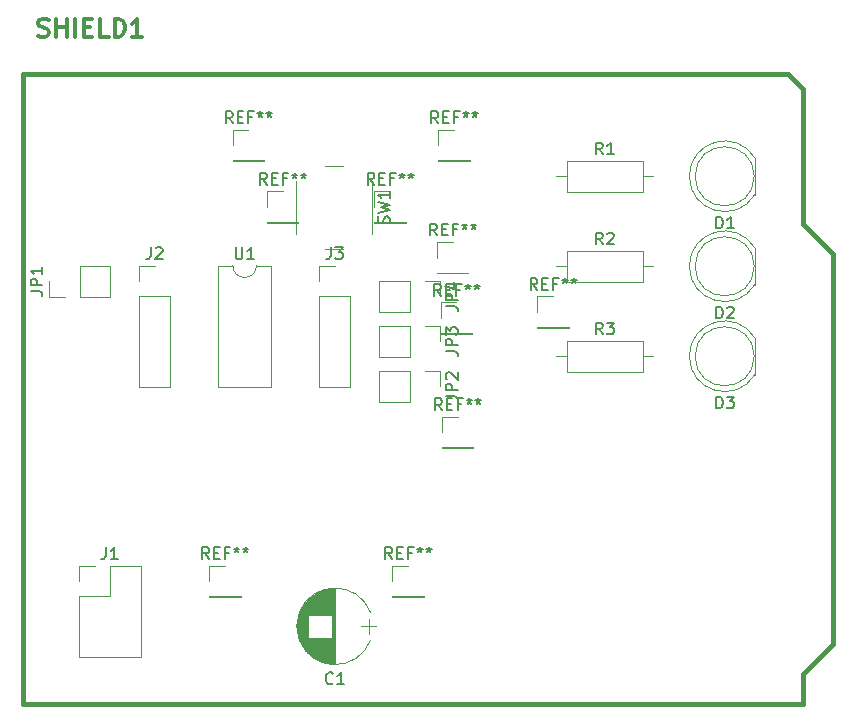
<source format=gbr>
G04 #@! TF.GenerationSoftware,KiCad,Pcbnew,(5.0.0)*
G04 #@! TF.CreationDate,2018-10-02T09:48:17+02:00*
G04 #@! TF.ProjectId,ATtiny85_Arduino_programmer,415474696E7938355F41726475696E6F,rev?*
G04 #@! TF.SameCoordinates,Original*
G04 #@! TF.FileFunction,Legend,Top*
G04 #@! TF.FilePolarity,Positive*
%FSLAX46Y46*%
G04 Gerber Fmt 4.6, Leading zero omitted, Abs format (unit mm)*
G04 Created by KiCad (PCBNEW (5.0.0)) date 10/02/18 09:48:17*
%MOMM*%
%LPD*%
G01*
G04 APERTURE LIST*
%ADD10C,0.381000*%
%ADD11C,0.120000*%
%ADD12C,0.304800*%
%ADD13C,0.150000*%
G04 APERTURE END LIST*
D10*
G04 #@! TO.C,SHIELD1*
X192020000Y-58610501D02*
X192020000Y-47180501D01*
X192020000Y-47180501D02*
X190750000Y-45910501D01*
X190750000Y-45910501D02*
X125980000Y-45910501D01*
X192020000Y-99250501D02*
X125980000Y-99250501D01*
X125980000Y-99250501D02*
X125980000Y-45910501D01*
X192020000Y-58610501D02*
X194560000Y-61150501D01*
X194560000Y-61150501D02*
X194560000Y-94170501D01*
X194560000Y-94170501D02*
X192020000Y-96710501D01*
X192020000Y-96710501D02*
X192020000Y-99250501D01*
D11*
G04 #@! TO.C,C1*
X155270000Y-93360000D02*
X155270000Y-92060000D01*
X155870000Y-92710000D02*
X154670000Y-92710000D01*
X149219000Y-93178000D02*
X149219000Y-92242000D01*
X149259000Y-93386000D02*
X149259000Y-92034000D01*
X149299000Y-93544000D02*
X149299000Y-91876000D01*
X149339000Y-93676000D02*
X149339000Y-91744000D01*
X149379000Y-93791000D02*
X149379000Y-91629000D01*
X149419000Y-93894000D02*
X149419000Y-91526000D01*
X149459000Y-93988000D02*
X149459000Y-91432000D01*
X149499000Y-94074000D02*
X149499000Y-91346000D01*
X149539000Y-94155000D02*
X149539000Y-91265000D01*
X149579000Y-94230000D02*
X149579000Y-91190000D01*
X149619000Y-94301000D02*
X149619000Y-91119000D01*
X149659000Y-94368000D02*
X149659000Y-91052000D01*
X149699000Y-94431000D02*
X149699000Y-90989000D01*
X149739000Y-94491000D02*
X149739000Y-90929000D01*
X149779000Y-94549000D02*
X149779000Y-90871000D01*
X149819000Y-94604000D02*
X149819000Y-90816000D01*
X149859000Y-94656000D02*
X149859000Y-90764000D01*
X149899000Y-94707000D02*
X149899000Y-90713000D01*
X149939000Y-94755000D02*
X149939000Y-90665000D01*
X149979000Y-94802000D02*
X149979000Y-90618000D01*
X150019000Y-94847000D02*
X150019000Y-90573000D01*
X150059000Y-94890000D02*
X150059000Y-90530000D01*
X150099000Y-94932000D02*
X150099000Y-90488000D01*
X150139000Y-94972000D02*
X150139000Y-90448000D01*
X150179000Y-95011000D02*
X150179000Y-90409000D01*
X150219000Y-91730000D02*
X150219000Y-90371000D01*
X150219000Y-95049000D02*
X150219000Y-93690000D01*
X150259000Y-91730000D02*
X150259000Y-90335000D01*
X150259000Y-95085000D02*
X150259000Y-93690000D01*
X150299000Y-91730000D02*
X150299000Y-90299000D01*
X150299000Y-95121000D02*
X150299000Y-93690000D01*
X150339000Y-91730000D02*
X150339000Y-90265000D01*
X150339000Y-95155000D02*
X150339000Y-93690000D01*
X150379000Y-91730000D02*
X150379000Y-90232000D01*
X150379000Y-95188000D02*
X150379000Y-93690000D01*
X150419000Y-91730000D02*
X150419000Y-90200000D01*
X150419000Y-95220000D02*
X150419000Y-93690000D01*
X150459000Y-91730000D02*
X150459000Y-90170000D01*
X150459000Y-95250000D02*
X150459000Y-93690000D01*
X150499000Y-91730000D02*
X150499000Y-90140000D01*
X150499000Y-95280000D02*
X150499000Y-93690000D01*
X150539000Y-91730000D02*
X150539000Y-90111000D01*
X150539000Y-95309000D02*
X150539000Y-93690000D01*
X150579000Y-91730000D02*
X150579000Y-90083000D01*
X150579000Y-95337000D02*
X150579000Y-93690000D01*
X150619000Y-91730000D02*
X150619000Y-90056000D01*
X150619000Y-95364000D02*
X150619000Y-93690000D01*
X150659000Y-91730000D02*
X150659000Y-90029000D01*
X150659000Y-95391000D02*
X150659000Y-93690000D01*
X150699000Y-91730000D02*
X150699000Y-90004000D01*
X150699000Y-95416000D02*
X150699000Y-93690000D01*
X150739000Y-91730000D02*
X150739000Y-89979000D01*
X150739000Y-95441000D02*
X150739000Y-93690000D01*
X150779000Y-91730000D02*
X150779000Y-89955000D01*
X150779000Y-95465000D02*
X150779000Y-93690000D01*
X150819000Y-91730000D02*
X150819000Y-89932000D01*
X150819000Y-95488000D02*
X150819000Y-93690000D01*
X150859000Y-91730000D02*
X150859000Y-89910000D01*
X150859000Y-95510000D02*
X150859000Y-93690000D01*
X150899000Y-91730000D02*
X150899000Y-89888000D01*
X150899000Y-95532000D02*
X150899000Y-93690000D01*
X150939000Y-91730000D02*
X150939000Y-89867000D01*
X150939000Y-95553000D02*
X150939000Y-93690000D01*
X150979000Y-91730000D02*
X150979000Y-89847000D01*
X150979000Y-95573000D02*
X150979000Y-93690000D01*
X151019000Y-91730000D02*
X151019000Y-89828000D01*
X151019000Y-95592000D02*
X151019000Y-93690000D01*
X151059000Y-91730000D02*
X151059000Y-89809000D01*
X151059000Y-95611000D02*
X151059000Y-93690000D01*
X151099000Y-91730000D02*
X151099000Y-89791000D01*
X151099000Y-95629000D02*
X151099000Y-93690000D01*
X151139000Y-91730000D02*
X151139000Y-89773000D01*
X151139000Y-95647000D02*
X151139000Y-93690000D01*
X151179000Y-91730000D02*
X151179000Y-89756000D01*
X151179000Y-95664000D02*
X151179000Y-93690000D01*
X151219000Y-91730000D02*
X151219000Y-89740000D01*
X151219000Y-95680000D02*
X151219000Y-93690000D01*
X151259000Y-91730000D02*
X151259000Y-89724000D01*
X151259000Y-95696000D02*
X151259000Y-93690000D01*
X151299000Y-91730000D02*
X151299000Y-89709000D01*
X151299000Y-95711000D02*
X151299000Y-93690000D01*
X151339000Y-91730000D02*
X151339000Y-89695000D01*
X151339000Y-95725000D02*
X151339000Y-93690000D01*
X151379000Y-91730000D02*
X151379000Y-89681000D01*
X151379000Y-95739000D02*
X151379000Y-93690000D01*
X151419000Y-91730000D02*
X151419000Y-89668000D01*
X151419000Y-95752000D02*
X151419000Y-93690000D01*
X151459000Y-91730000D02*
X151459000Y-89655000D01*
X151459000Y-95765000D02*
X151459000Y-93690000D01*
X151499000Y-91730000D02*
X151499000Y-89643000D01*
X151499000Y-95777000D02*
X151499000Y-93690000D01*
X151539000Y-91730000D02*
X151539000Y-89631000D01*
X151539000Y-95789000D02*
X151539000Y-93690000D01*
X151579000Y-91730000D02*
X151579000Y-89620000D01*
X151579000Y-95800000D02*
X151579000Y-93690000D01*
X151619000Y-91730000D02*
X151619000Y-89610000D01*
X151619000Y-95810000D02*
X151619000Y-93690000D01*
X151659000Y-91730000D02*
X151659000Y-89600000D01*
X151659000Y-95820000D02*
X151659000Y-93690000D01*
X151699000Y-91730000D02*
X151699000Y-89591000D01*
X151699000Y-95829000D02*
X151699000Y-93690000D01*
X151740000Y-91730000D02*
X151740000Y-89582000D01*
X151740000Y-95838000D02*
X151740000Y-93690000D01*
X151780000Y-91730000D02*
X151780000Y-89573000D01*
X151780000Y-95847000D02*
X151780000Y-93690000D01*
X151820000Y-91730000D02*
X151820000Y-89566000D01*
X151820000Y-95854000D02*
X151820000Y-93690000D01*
X151860000Y-91730000D02*
X151860000Y-89558000D01*
X151860000Y-95862000D02*
X151860000Y-93690000D01*
X151900000Y-91730000D02*
X151900000Y-89552000D01*
X151900000Y-95868000D02*
X151900000Y-93690000D01*
X151940000Y-91730000D02*
X151940000Y-89545000D01*
X151940000Y-95875000D02*
X151940000Y-93690000D01*
X151980000Y-91730000D02*
X151980000Y-89540000D01*
X151980000Y-95880000D02*
X151980000Y-93690000D01*
X152020000Y-91730000D02*
X152020000Y-89534000D01*
X152020000Y-95886000D02*
X152020000Y-93690000D01*
X152060000Y-91730000D02*
X152060000Y-89530000D01*
X152060000Y-95890000D02*
X152060000Y-93690000D01*
X152100000Y-91730000D02*
X152100000Y-89525000D01*
X152100000Y-95895000D02*
X152100000Y-93690000D01*
X152140000Y-91730000D02*
X152140000Y-89522000D01*
X152140000Y-95898000D02*
X152140000Y-93690000D01*
X152180000Y-95902000D02*
X152180000Y-89518000D01*
X152220000Y-95904000D02*
X152220000Y-89516000D01*
X152260000Y-95907000D02*
X152260000Y-89513000D01*
X152300000Y-95908000D02*
X152300000Y-89512000D01*
X152340000Y-95910000D02*
X152340000Y-89510000D01*
X152380000Y-95910000D02*
X152380000Y-89510000D01*
X152420000Y-95910000D02*
X152420000Y-89510000D01*
X149402180Y-91530864D02*
G75*
G03X149402518Y-93890000I3017820J-1179136D01*
G01*
X149402180Y-91530864D02*
G75*
G02X155437482Y-91530000I3017820J-1179136D01*
G01*
X149402180Y-93889136D02*
G75*
G03X155437482Y-93890000I3017820J1179136D01*
G01*
G04 #@! TO.C,D1*
X187980000Y-56155000D02*
X187980000Y-53065000D01*
X187920000Y-54610000D02*
G75*
G03X187920000Y-54610000I-2500000J0D01*
G01*
X182430000Y-54610462D02*
G75*
G02X187980000Y-53065170I2990000J462D01*
G01*
X182430000Y-54609538D02*
G75*
G03X187980000Y-56154830I2990000J-462D01*
G01*
G04 #@! TO.C,D2*
X182430000Y-62229538D02*
G75*
G03X187980000Y-63774830I2990000J-462D01*
G01*
X182430000Y-62230462D02*
G75*
G02X187980000Y-60685170I2990000J462D01*
G01*
X187920000Y-62230000D02*
G75*
G03X187920000Y-62230000I-2500000J0D01*
G01*
X187980000Y-63775000D02*
X187980000Y-60685000D01*
G04 #@! TO.C,D3*
X187980000Y-71395000D02*
X187980000Y-68305000D01*
X187920000Y-69850000D02*
G75*
G03X187920000Y-69850000I-2500000J0D01*
G01*
X182430000Y-69850462D02*
G75*
G02X187980000Y-68305170I2990000J462D01*
G01*
X182430000Y-69849538D02*
G75*
G03X187980000Y-71394830I2990000J-462D01*
G01*
G04 #@! TO.C,J1*
X130770000Y-87570000D02*
X132100000Y-87570000D01*
X130770000Y-88900000D02*
X130770000Y-87570000D01*
X133370000Y-87570000D02*
X135970000Y-87570000D01*
X133370000Y-90170000D02*
X133370000Y-87570000D01*
X130770000Y-90170000D02*
X133370000Y-90170000D01*
X135970000Y-87570000D02*
X135970000Y-95310000D01*
X130770000Y-90170000D02*
X130770000Y-95310000D01*
X130770000Y-95310000D02*
X135970000Y-95310000D01*
G04 #@! TO.C,J2*
X135830000Y-72450000D02*
X138490000Y-72450000D01*
X135830000Y-64770000D02*
X135830000Y-72450000D01*
X138490000Y-64770000D02*
X138490000Y-72450000D01*
X135830000Y-64770000D02*
X138490000Y-64770000D01*
X135830000Y-63500000D02*
X135830000Y-62170000D01*
X135830000Y-62170000D02*
X137160000Y-62170000D01*
G04 #@! TO.C,J3*
X151070000Y-62170000D02*
X152400000Y-62170000D01*
X151070000Y-63500000D02*
X151070000Y-62170000D01*
X151070000Y-64770000D02*
X153730000Y-64770000D01*
X153730000Y-64770000D02*
X153730000Y-72450000D01*
X151070000Y-64770000D02*
X151070000Y-72450000D01*
X151070000Y-72450000D02*
X153730000Y-72450000D01*
G04 #@! TO.C,JP1*
X128210000Y-64830000D02*
X128210000Y-63500000D01*
X129540000Y-64830000D02*
X128210000Y-64830000D01*
X130810000Y-64830000D02*
X130810000Y-62170000D01*
X130810000Y-62170000D02*
X133410000Y-62170000D01*
X130810000Y-64830000D02*
X133410000Y-64830000D01*
X133410000Y-64830000D02*
X133410000Y-62170000D01*
G04 #@! TO.C,JP2*
X156150000Y-71060000D02*
X156150000Y-73720000D01*
X158750000Y-71060000D02*
X156150000Y-71060000D01*
X158750000Y-73720000D02*
X156150000Y-73720000D01*
X158750000Y-71060000D02*
X158750000Y-73720000D01*
X160020000Y-71060000D02*
X161350000Y-71060000D01*
X161350000Y-71060000D02*
X161350000Y-72390000D01*
G04 #@! TO.C,JP3*
X161350000Y-67250000D02*
X161350000Y-68580000D01*
X160020000Y-67250000D02*
X161350000Y-67250000D01*
X158750000Y-67250000D02*
X158750000Y-69910000D01*
X158750000Y-69910000D02*
X156150000Y-69910000D01*
X158750000Y-67250000D02*
X156150000Y-67250000D01*
X156150000Y-67250000D02*
X156150000Y-69910000D01*
G04 #@! TO.C,JP4*
X156150000Y-63440000D02*
X156150000Y-66100000D01*
X158750000Y-63440000D02*
X156150000Y-63440000D01*
X158750000Y-66100000D02*
X156150000Y-66100000D01*
X158750000Y-63440000D02*
X158750000Y-66100000D01*
X160020000Y-63440000D02*
X161350000Y-63440000D01*
X161350000Y-63440000D02*
X161350000Y-64770000D01*
G04 #@! TO.C,R1*
X179360000Y-54610000D02*
X178470000Y-54610000D01*
X171160000Y-54610000D02*
X172050000Y-54610000D01*
X178470000Y-53300000D02*
X172050000Y-53300000D01*
X178470000Y-55920000D02*
X178470000Y-53300000D01*
X172050000Y-55920000D02*
X178470000Y-55920000D01*
X172050000Y-53300000D02*
X172050000Y-55920000D01*
G04 #@! TO.C,R2*
X172050000Y-60920000D02*
X172050000Y-63540000D01*
X172050000Y-63540000D02*
X178470000Y-63540000D01*
X178470000Y-63540000D02*
X178470000Y-60920000D01*
X178470000Y-60920000D02*
X172050000Y-60920000D01*
X171160000Y-62230000D02*
X172050000Y-62230000D01*
X179360000Y-62230000D02*
X178470000Y-62230000D01*
G04 #@! TO.C,R3*
X179360000Y-69850000D02*
X178470000Y-69850000D01*
X171160000Y-69850000D02*
X172050000Y-69850000D01*
X178470000Y-68540000D02*
X172050000Y-68540000D01*
X178470000Y-71160000D02*
X178470000Y-68540000D01*
X172050000Y-71160000D02*
X178470000Y-71160000D01*
X172050000Y-68540000D02*
X172050000Y-71160000D01*
G04 #@! TO.C,SW1*
X151600000Y-60750000D02*
X153100000Y-60750000D01*
X155600000Y-59500000D02*
X155600000Y-55000000D01*
X153100000Y-53750000D02*
X151600000Y-53750000D01*
X149100000Y-55000000D02*
X149100000Y-59500000D01*
G04 #@! TO.C,U1*
X147030000Y-62170000D02*
X145780000Y-62170000D01*
X147030000Y-72450000D02*
X147030000Y-62170000D01*
X142530000Y-72450000D02*
X147030000Y-72450000D01*
X142530000Y-62170000D02*
X142530000Y-72450000D01*
X143780000Y-62170000D02*
X142530000Y-62170000D01*
X145780000Y-62170000D02*
G75*
G02X143780000Y-62170000I-1000000J0D01*
G01*
G04 #@! TO.C,REF\002A\002A*
X161170000Y-53330000D02*
X163830000Y-53330000D01*
X161170000Y-53270000D02*
X161170000Y-53330000D01*
X163830000Y-53270000D02*
X163830000Y-53330000D01*
X161170000Y-53270000D02*
X163830000Y-53270000D01*
X161170000Y-52000000D02*
X161170000Y-50670000D01*
X161170000Y-50670000D02*
X162500000Y-50670000D01*
X143770000Y-53330000D02*
X146430000Y-53330000D01*
X143770000Y-53270000D02*
X143770000Y-53330000D01*
X146430000Y-53270000D02*
X146430000Y-53330000D01*
X143770000Y-53270000D02*
X146430000Y-53270000D01*
X143770000Y-52000000D02*
X143770000Y-50670000D01*
X143770000Y-50670000D02*
X145100000Y-50670000D01*
X141770000Y-90230000D02*
X144430000Y-90230000D01*
X141770000Y-90170000D02*
X141770000Y-90230000D01*
X144430000Y-90170000D02*
X144430000Y-90230000D01*
X141770000Y-90170000D02*
X144430000Y-90170000D01*
X141770000Y-88900000D02*
X141770000Y-87570000D01*
X141770000Y-87570000D02*
X143100000Y-87570000D01*
X157270000Y-90230000D02*
X159930000Y-90230000D01*
X157270000Y-90170000D02*
X157270000Y-90230000D01*
X159930000Y-90170000D02*
X159930000Y-90230000D01*
X157270000Y-90170000D02*
X159930000Y-90170000D01*
X157270000Y-88900000D02*
X157270000Y-87570000D01*
X157270000Y-87570000D02*
X158600000Y-87570000D01*
X161470000Y-77630000D02*
X164130000Y-77630000D01*
X161470000Y-77570000D02*
X161470000Y-77630000D01*
X164130000Y-77570000D02*
X164130000Y-77630000D01*
X161470000Y-77570000D02*
X164130000Y-77570000D01*
X161470000Y-76300000D02*
X161470000Y-74970000D01*
X161470000Y-74970000D02*
X162800000Y-74970000D01*
X161070000Y-62830000D02*
X163730000Y-62830000D01*
X161070000Y-62770000D02*
X161070000Y-62830000D01*
X163730000Y-62770000D02*
X163730000Y-62830000D01*
X161070000Y-62770000D02*
X163730000Y-62770000D01*
X161070000Y-61500000D02*
X161070000Y-60170000D01*
X161070000Y-60170000D02*
X162400000Y-60170000D01*
X169570000Y-67430000D02*
X172230000Y-67430000D01*
X169570000Y-67370000D02*
X169570000Y-67430000D01*
X172230000Y-67370000D02*
X172230000Y-67430000D01*
X169570000Y-67370000D02*
X172230000Y-67370000D01*
X169570000Y-66100000D02*
X169570000Y-64770000D01*
X169570000Y-64770000D02*
X170900000Y-64770000D01*
X161370000Y-67930000D02*
X164030000Y-67930000D01*
X161370000Y-67870000D02*
X161370000Y-67930000D01*
X164030000Y-67870000D02*
X164030000Y-67930000D01*
X161370000Y-67870000D02*
X164030000Y-67870000D01*
X161370000Y-66600000D02*
X161370000Y-65270000D01*
X161370000Y-65270000D02*
X162700000Y-65270000D01*
X155770000Y-58530000D02*
X158430000Y-58530000D01*
X155770000Y-58470000D02*
X155770000Y-58530000D01*
X158430000Y-58470000D02*
X158430000Y-58530000D01*
X155770000Y-58470000D02*
X158430000Y-58470000D01*
X155770000Y-57200000D02*
X155770000Y-55870000D01*
X155770000Y-55870000D02*
X157100000Y-55870000D01*
X146670000Y-58530000D02*
X149330000Y-58530000D01*
X146670000Y-58470000D02*
X146670000Y-58530000D01*
X149330000Y-58470000D02*
X149330000Y-58530000D01*
X146670000Y-58470000D02*
X149330000Y-58470000D01*
X146670000Y-57200000D02*
X146670000Y-55870000D01*
X146670000Y-55870000D02*
X148000000Y-55870000D01*
G04 #@! TO.C,SHIELD1*
D12*
X127304428Y-42717358D02*
X127522142Y-42789929D01*
X127885000Y-42789929D01*
X128030142Y-42717358D01*
X128102714Y-42644786D01*
X128175285Y-42499643D01*
X128175285Y-42354501D01*
X128102714Y-42209358D01*
X128030142Y-42136786D01*
X127885000Y-42064215D01*
X127594714Y-41991643D01*
X127449571Y-41919072D01*
X127377000Y-41846501D01*
X127304428Y-41701358D01*
X127304428Y-41556215D01*
X127377000Y-41411072D01*
X127449571Y-41338501D01*
X127594714Y-41265929D01*
X127957571Y-41265929D01*
X128175285Y-41338501D01*
X128828428Y-42789929D02*
X128828428Y-41265929D01*
X128828428Y-41991643D02*
X129699285Y-41991643D01*
X129699285Y-42789929D02*
X129699285Y-41265929D01*
X130425000Y-42789929D02*
X130425000Y-41265929D01*
X131150714Y-41991643D02*
X131658714Y-41991643D01*
X131876428Y-42789929D02*
X131150714Y-42789929D01*
X131150714Y-41265929D01*
X131876428Y-41265929D01*
X133255285Y-42789929D02*
X132529571Y-42789929D01*
X132529571Y-41265929D01*
X133763285Y-42789929D02*
X133763285Y-41265929D01*
X134126142Y-41265929D01*
X134343857Y-41338501D01*
X134489000Y-41483643D01*
X134561571Y-41628786D01*
X134634142Y-41919072D01*
X134634142Y-42136786D01*
X134561571Y-42427072D01*
X134489000Y-42572215D01*
X134343857Y-42717358D01*
X134126142Y-42789929D01*
X133763285Y-42789929D01*
X136085571Y-42789929D02*
X135214714Y-42789929D01*
X135650142Y-42789929D02*
X135650142Y-41265929D01*
X135505000Y-41483643D01*
X135359857Y-41628786D01*
X135214714Y-41701358D01*
G04 #@! TO.C,C1*
D13*
X152253333Y-97527142D02*
X152205714Y-97574761D01*
X152062857Y-97622380D01*
X151967619Y-97622380D01*
X151824761Y-97574761D01*
X151729523Y-97479523D01*
X151681904Y-97384285D01*
X151634285Y-97193809D01*
X151634285Y-97050952D01*
X151681904Y-96860476D01*
X151729523Y-96765238D01*
X151824761Y-96670000D01*
X151967619Y-96622380D01*
X152062857Y-96622380D01*
X152205714Y-96670000D01*
X152253333Y-96717619D01*
X153205714Y-97622380D02*
X152634285Y-97622380D01*
X152920000Y-97622380D02*
X152920000Y-96622380D01*
X152824761Y-96765238D01*
X152729523Y-96860476D01*
X152634285Y-96908095D01*
G04 #@! TO.C,D1*
X184681904Y-59022380D02*
X184681904Y-58022380D01*
X184920000Y-58022380D01*
X185062857Y-58070000D01*
X185158095Y-58165238D01*
X185205714Y-58260476D01*
X185253333Y-58450952D01*
X185253333Y-58593809D01*
X185205714Y-58784285D01*
X185158095Y-58879523D01*
X185062857Y-58974761D01*
X184920000Y-59022380D01*
X184681904Y-59022380D01*
X186205714Y-59022380D02*
X185634285Y-59022380D01*
X185920000Y-59022380D02*
X185920000Y-58022380D01*
X185824761Y-58165238D01*
X185729523Y-58260476D01*
X185634285Y-58308095D01*
G04 #@! TO.C,D2*
X184681904Y-66642380D02*
X184681904Y-65642380D01*
X184920000Y-65642380D01*
X185062857Y-65690000D01*
X185158095Y-65785238D01*
X185205714Y-65880476D01*
X185253333Y-66070952D01*
X185253333Y-66213809D01*
X185205714Y-66404285D01*
X185158095Y-66499523D01*
X185062857Y-66594761D01*
X184920000Y-66642380D01*
X184681904Y-66642380D01*
X185634285Y-65737619D02*
X185681904Y-65690000D01*
X185777142Y-65642380D01*
X186015238Y-65642380D01*
X186110476Y-65690000D01*
X186158095Y-65737619D01*
X186205714Y-65832857D01*
X186205714Y-65928095D01*
X186158095Y-66070952D01*
X185586666Y-66642380D01*
X186205714Y-66642380D01*
G04 #@! TO.C,D3*
X184681904Y-74262380D02*
X184681904Y-73262380D01*
X184920000Y-73262380D01*
X185062857Y-73310000D01*
X185158095Y-73405238D01*
X185205714Y-73500476D01*
X185253333Y-73690952D01*
X185253333Y-73833809D01*
X185205714Y-74024285D01*
X185158095Y-74119523D01*
X185062857Y-74214761D01*
X184920000Y-74262380D01*
X184681904Y-74262380D01*
X185586666Y-73262380D02*
X186205714Y-73262380D01*
X185872380Y-73643333D01*
X186015238Y-73643333D01*
X186110476Y-73690952D01*
X186158095Y-73738571D01*
X186205714Y-73833809D01*
X186205714Y-74071904D01*
X186158095Y-74167142D01*
X186110476Y-74214761D01*
X186015238Y-74262380D01*
X185729523Y-74262380D01*
X185634285Y-74214761D01*
X185586666Y-74167142D01*
G04 #@! TO.C,J1*
X133036666Y-86022380D02*
X133036666Y-86736666D01*
X132989047Y-86879523D01*
X132893809Y-86974761D01*
X132750952Y-87022380D01*
X132655714Y-87022380D01*
X134036666Y-87022380D02*
X133465238Y-87022380D01*
X133750952Y-87022380D02*
X133750952Y-86022380D01*
X133655714Y-86165238D01*
X133560476Y-86260476D01*
X133465238Y-86308095D01*
G04 #@! TO.C,J2*
X136826666Y-60622380D02*
X136826666Y-61336666D01*
X136779047Y-61479523D01*
X136683809Y-61574761D01*
X136540952Y-61622380D01*
X136445714Y-61622380D01*
X137255238Y-60717619D02*
X137302857Y-60670000D01*
X137398095Y-60622380D01*
X137636190Y-60622380D01*
X137731428Y-60670000D01*
X137779047Y-60717619D01*
X137826666Y-60812857D01*
X137826666Y-60908095D01*
X137779047Y-61050952D01*
X137207619Y-61622380D01*
X137826666Y-61622380D01*
G04 #@! TO.C,J3*
X152066666Y-60622380D02*
X152066666Y-61336666D01*
X152019047Y-61479523D01*
X151923809Y-61574761D01*
X151780952Y-61622380D01*
X151685714Y-61622380D01*
X152447619Y-60622380D02*
X153066666Y-60622380D01*
X152733333Y-61003333D01*
X152876190Y-61003333D01*
X152971428Y-61050952D01*
X153019047Y-61098571D01*
X153066666Y-61193809D01*
X153066666Y-61431904D01*
X153019047Y-61527142D01*
X152971428Y-61574761D01*
X152876190Y-61622380D01*
X152590476Y-61622380D01*
X152495238Y-61574761D01*
X152447619Y-61527142D01*
G04 #@! TO.C,JP1*
X126662380Y-64333333D02*
X127376666Y-64333333D01*
X127519523Y-64380952D01*
X127614761Y-64476190D01*
X127662380Y-64619047D01*
X127662380Y-64714285D01*
X127662380Y-63857142D02*
X126662380Y-63857142D01*
X126662380Y-63476190D01*
X126710000Y-63380952D01*
X126757619Y-63333333D01*
X126852857Y-63285714D01*
X126995714Y-63285714D01*
X127090952Y-63333333D01*
X127138571Y-63380952D01*
X127186190Y-63476190D01*
X127186190Y-63857142D01*
X127662380Y-62333333D02*
X127662380Y-62904761D01*
X127662380Y-62619047D02*
X126662380Y-62619047D01*
X126805238Y-62714285D01*
X126900476Y-62809523D01*
X126948095Y-62904761D01*
G04 #@! TO.C,JP2*
X161802380Y-73223333D02*
X162516666Y-73223333D01*
X162659523Y-73270952D01*
X162754761Y-73366190D01*
X162802380Y-73509047D01*
X162802380Y-73604285D01*
X162802380Y-72747142D02*
X161802380Y-72747142D01*
X161802380Y-72366190D01*
X161850000Y-72270952D01*
X161897619Y-72223333D01*
X161992857Y-72175714D01*
X162135714Y-72175714D01*
X162230952Y-72223333D01*
X162278571Y-72270952D01*
X162326190Y-72366190D01*
X162326190Y-72747142D01*
X161897619Y-71794761D02*
X161850000Y-71747142D01*
X161802380Y-71651904D01*
X161802380Y-71413809D01*
X161850000Y-71318571D01*
X161897619Y-71270952D01*
X161992857Y-71223333D01*
X162088095Y-71223333D01*
X162230952Y-71270952D01*
X162802380Y-71842380D01*
X162802380Y-71223333D01*
G04 #@! TO.C,JP3*
X161802380Y-69413333D02*
X162516666Y-69413333D01*
X162659523Y-69460952D01*
X162754761Y-69556190D01*
X162802380Y-69699047D01*
X162802380Y-69794285D01*
X162802380Y-68937142D02*
X161802380Y-68937142D01*
X161802380Y-68556190D01*
X161850000Y-68460952D01*
X161897619Y-68413333D01*
X161992857Y-68365714D01*
X162135714Y-68365714D01*
X162230952Y-68413333D01*
X162278571Y-68460952D01*
X162326190Y-68556190D01*
X162326190Y-68937142D01*
X161802380Y-68032380D02*
X161802380Y-67413333D01*
X162183333Y-67746666D01*
X162183333Y-67603809D01*
X162230952Y-67508571D01*
X162278571Y-67460952D01*
X162373809Y-67413333D01*
X162611904Y-67413333D01*
X162707142Y-67460952D01*
X162754761Y-67508571D01*
X162802380Y-67603809D01*
X162802380Y-67889523D01*
X162754761Y-67984761D01*
X162707142Y-68032380D01*
G04 #@! TO.C,JP4*
X161802380Y-65603333D02*
X162516666Y-65603333D01*
X162659523Y-65650952D01*
X162754761Y-65746190D01*
X162802380Y-65889047D01*
X162802380Y-65984285D01*
X162802380Y-65127142D02*
X161802380Y-65127142D01*
X161802380Y-64746190D01*
X161850000Y-64650952D01*
X161897619Y-64603333D01*
X161992857Y-64555714D01*
X162135714Y-64555714D01*
X162230952Y-64603333D01*
X162278571Y-64650952D01*
X162326190Y-64746190D01*
X162326190Y-65127142D01*
X162135714Y-63698571D02*
X162802380Y-63698571D01*
X161754761Y-63936666D02*
X162469047Y-64174761D01*
X162469047Y-63555714D01*
G04 #@! TO.C,R1*
X175093333Y-52752380D02*
X174760000Y-52276190D01*
X174521904Y-52752380D02*
X174521904Y-51752380D01*
X174902857Y-51752380D01*
X174998095Y-51800000D01*
X175045714Y-51847619D01*
X175093333Y-51942857D01*
X175093333Y-52085714D01*
X175045714Y-52180952D01*
X174998095Y-52228571D01*
X174902857Y-52276190D01*
X174521904Y-52276190D01*
X176045714Y-52752380D02*
X175474285Y-52752380D01*
X175760000Y-52752380D02*
X175760000Y-51752380D01*
X175664761Y-51895238D01*
X175569523Y-51990476D01*
X175474285Y-52038095D01*
G04 #@! TO.C,R2*
X175093333Y-60372380D02*
X174760000Y-59896190D01*
X174521904Y-60372380D02*
X174521904Y-59372380D01*
X174902857Y-59372380D01*
X174998095Y-59420000D01*
X175045714Y-59467619D01*
X175093333Y-59562857D01*
X175093333Y-59705714D01*
X175045714Y-59800952D01*
X174998095Y-59848571D01*
X174902857Y-59896190D01*
X174521904Y-59896190D01*
X175474285Y-59467619D02*
X175521904Y-59420000D01*
X175617142Y-59372380D01*
X175855238Y-59372380D01*
X175950476Y-59420000D01*
X175998095Y-59467619D01*
X176045714Y-59562857D01*
X176045714Y-59658095D01*
X175998095Y-59800952D01*
X175426666Y-60372380D01*
X176045714Y-60372380D01*
G04 #@! TO.C,R3*
X175093333Y-67992380D02*
X174760000Y-67516190D01*
X174521904Y-67992380D02*
X174521904Y-66992380D01*
X174902857Y-66992380D01*
X174998095Y-67040000D01*
X175045714Y-67087619D01*
X175093333Y-67182857D01*
X175093333Y-67325714D01*
X175045714Y-67420952D01*
X174998095Y-67468571D01*
X174902857Y-67516190D01*
X174521904Y-67516190D01*
X175426666Y-66992380D02*
X176045714Y-66992380D01*
X175712380Y-67373333D01*
X175855238Y-67373333D01*
X175950476Y-67420952D01*
X175998095Y-67468571D01*
X176045714Y-67563809D01*
X176045714Y-67801904D01*
X175998095Y-67897142D01*
X175950476Y-67944761D01*
X175855238Y-67992380D01*
X175569523Y-67992380D01*
X175474285Y-67944761D01*
X175426666Y-67897142D01*
G04 #@! TO.C,SW1*
X157004761Y-58583333D02*
X157052380Y-58440476D01*
X157052380Y-58202380D01*
X157004761Y-58107142D01*
X156957142Y-58059523D01*
X156861904Y-58011904D01*
X156766666Y-58011904D01*
X156671428Y-58059523D01*
X156623809Y-58107142D01*
X156576190Y-58202380D01*
X156528571Y-58392857D01*
X156480952Y-58488095D01*
X156433333Y-58535714D01*
X156338095Y-58583333D01*
X156242857Y-58583333D01*
X156147619Y-58535714D01*
X156100000Y-58488095D01*
X156052380Y-58392857D01*
X156052380Y-58154761D01*
X156100000Y-58011904D01*
X156052380Y-57678571D02*
X157052380Y-57440476D01*
X156338095Y-57250000D01*
X157052380Y-57059523D01*
X156052380Y-56821428D01*
X157052380Y-55916666D02*
X157052380Y-56488095D01*
X157052380Y-56202380D02*
X156052380Y-56202380D01*
X156195238Y-56297619D01*
X156290476Y-56392857D01*
X156338095Y-56488095D01*
G04 #@! TO.C,U1*
X144018095Y-60622380D02*
X144018095Y-61431904D01*
X144065714Y-61527142D01*
X144113333Y-61574761D01*
X144208571Y-61622380D01*
X144399047Y-61622380D01*
X144494285Y-61574761D01*
X144541904Y-61527142D01*
X144589523Y-61431904D01*
X144589523Y-60622380D01*
X145589523Y-61622380D02*
X145018095Y-61622380D01*
X145303809Y-61622380D02*
X145303809Y-60622380D01*
X145208571Y-60765238D01*
X145113333Y-60860476D01*
X145018095Y-60908095D01*
G04 #@! TO.C,REF\002A\002A*
X161166666Y-50122380D02*
X160833333Y-49646190D01*
X160595238Y-50122380D02*
X160595238Y-49122380D01*
X160976190Y-49122380D01*
X161071428Y-49170000D01*
X161119047Y-49217619D01*
X161166666Y-49312857D01*
X161166666Y-49455714D01*
X161119047Y-49550952D01*
X161071428Y-49598571D01*
X160976190Y-49646190D01*
X160595238Y-49646190D01*
X161595238Y-49598571D02*
X161928571Y-49598571D01*
X162071428Y-50122380D02*
X161595238Y-50122380D01*
X161595238Y-49122380D01*
X162071428Y-49122380D01*
X162833333Y-49598571D02*
X162500000Y-49598571D01*
X162500000Y-50122380D02*
X162500000Y-49122380D01*
X162976190Y-49122380D01*
X163500000Y-49122380D02*
X163500000Y-49360476D01*
X163261904Y-49265238D02*
X163500000Y-49360476D01*
X163738095Y-49265238D01*
X163357142Y-49550952D02*
X163500000Y-49360476D01*
X163642857Y-49550952D01*
X164261904Y-49122380D02*
X164261904Y-49360476D01*
X164023809Y-49265238D02*
X164261904Y-49360476D01*
X164500000Y-49265238D01*
X164119047Y-49550952D02*
X164261904Y-49360476D01*
X164404761Y-49550952D01*
X143766666Y-50122380D02*
X143433333Y-49646190D01*
X143195238Y-50122380D02*
X143195238Y-49122380D01*
X143576190Y-49122380D01*
X143671428Y-49170000D01*
X143719047Y-49217619D01*
X143766666Y-49312857D01*
X143766666Y-49455714D01*
X143719047Y-49550952D01*
X143671428Y-49598571D01*
X143576190Y-49646190D01*
X143195238Y-49646190D01*
X144195238Y-49598571D02*
X144528571Y-49598571D01*
X144671428Y-50122380D02*
X144195238Y-50122380D01*
X144195238Y-49122380D01*
X144671428Y-49122380D01*
X145433333Y-49598571D02*
X145100000Y-49598571D01*
X145100000Y-50122380D02*
X145100000Y-49122380D01*
X145576190Y-49122380D01*
X146100000Y-49122380D02*
X146100000Y-49360476D01*
X145861904Y-49265238D02*
X146100000Y-49360476D01*
X146338095Y-49265238D01*
X145957142Y-49550952D02*
X146100000Y-49360476D01*
X146242857Y-49550952D01*
X146861904Y-49122380D02*
X146861904Y-49360476D01*
X146623809Y-49265238D02*
X146861904Y-49360476D01*
X147100000Y-49265238D01*
X146719047Y-49550952D02*
X146861904Y-49360476D01*
X147004761Y-49550952D01*
X141766666Y-87022380D02*
X141433333Y-86546190D01*
X141195238Y-87022380D02*
X141195238Y-86022380D01*
X141576190Y-86022380D01*
X141671428Y-86070000D01*
X141719047Y-86117619D01*
X141766666Y-86212857D01*
X141766666Y-86355714D01*
X141719047Y-86450952D01*
X141671428Y-86498571D01*
X141576190Y-86546190D01*
X141195238Y-86546190D01*
X142195238Y-86498571D02*
X142528571Y-86498571D01*
X142671428Y-87022380D02*
X142195238Y-87022380D01*
X142195238Y-86022380D01*
X142671428Y-86022380D01*
X143433333Y-86498571D02*
X143100000Y-86498571D01*
X143100000Y-87022380D02*
X143100000Y-86022380D01*
X143576190Y-86022380D01*
X144100000Y-86022380D02*
X144100000Y-86260476D01*
X143861904Y-86165238D02*
X144100000Y-86260476D01*
X144338095Y-86165238D01*
X143957142Y-86450952D02*
X144100000Y-86260476D01*
X144242857Y-86450952D01*
X144861904Y-86022380D02*
X144861904Y-86260476D01*
X144623809Y-86165238D02*
X144861904Y-86260476D01*
X145100000Y-86165238D01*
X144719047Y-86450952D02*
X144861904Y-86260476D01*
X145004761Y-86450952D01*
X157266666Y-87022380D02*
X156933333Y-86546190D01*
X156695238Y-87022380D02*
X156695238Y-86022380D01*
X157076190Y-86022380D01*
X157171428Y-86070000D01*
X157219047Y-86117619D01*
X157266666Y-86212857D01*
X157266666Y-86355714D01*
X157219047Y-86450952D01*
X157171428Y-86498571D01*
X157076190Y-86546190D01*
X156695238Y-86546190D01*
X157695238Y-86498571D02*
X158028571Y-86498571D01*
X158171428Y-87022380D02*
X157695238Y-87022380D01*
X157695238Y-86022380D01*
X158171428Y-86022380D01*
X158933333Y-86498571D02*
X158600000Y-86498571D01*
X158600000Y-87022380D02*
X158600000Y-86022380D01*
X159076190Y-86022380D01*
X159600000Y-86022380D02*
X159600000Y-86260476D01*
X159361904Y-86165238D02*
X159600000Y-86260476D01*
X159838095Y-86165238D01*
X159457142Y-86450952D02*
X159600000Y-86260476D01*
X159742857Y-86450952D01*
X160361904Y-86022380D02*
X160361904Y-86260476D01*
X160123809Y-86165238D02*
X160361904Y-86260476D01*
X160600000Y-86165238D01*
X160219047Y-86450952D02*
X160361904Y-86260476D01*
X160504761Y-86450952D01*
X161466666Y-74422380D02*
X161133333Y-73946190D01*
X160895238Y-74422380D02*
X160895238Y-73422380D01*
X161276190Y-73422380D01*
X161371428Y-73470000D01*
X161419047Y-73517619D01*
X161466666Y-73612857D01*
X161466666Y-73755714D01*
X161419047Y-73850952D01*
X161371428Y-73898571D01*
X161276190Y-73946190D01*
X160895238Y-73946190D01*
X161895238Y-73898571D02*
X162228571Y-73898571D01*
X162371428Y-74422380D02*
X161895238Y-74422380D01*
X161895238Y-73422380D01*
X162371428Y-73422380D01*
X163133333Y-73898571D02*
X162800000Y-73898571D01*
X162800000Y-74422380D02*
X162800000Y-73422380D01*
X163276190Y-73422380D01*
X163800000Y-73422380D02*
X163800000Y-73660476D01*
X163561904Y-73565238D02*
X163800000Y-73660476D01*
X164038095Y-73565238D01*
X163657142Y-73850952D02*
X163800000Y-73660476D01*
X163942857Y-73850952D01*
X164561904Y-73422380D02*
X164561904Y-73660476D01*
X164323809Y-73565238D02*
X164561904Y-73660476D01*
X164800000Y-73565238D01*
X164419047Y-73850952D02*
X164561904Y-73660476D01*
X164704761Y-73850952D01*
X161066666Y-59622380D02*
X160733333Y-59146190D01*
X160495238Y-59622380D02*
X160495238Y-58622380D01*
X160876190Y-58622380D01*
X160971428Y-58670000D01*
X161019047Y-58717619D01*
X161066666Y-58812857D01*
X161066666Y-58955714D01*
X161019047Y-59050952D01*
X160971428Y-59098571D01*
X160876190Y-59146190D01*
X160495238Y-59146190D01*
X161495238Y-59098571D02*
X161828571Y-59098571D01*
X161971428Y-59622380D02*
X161495238Y-59622380D01*
X161495238Y-58622380D01*
X161971428Y-58622380D01*
X162733333Y-59098571D02*
X162400000Y-59098571D01*
X162400000Y-59622380D02*
X162400000Y-58622380D01*
X162876190Y-58622380D01*
X163400000Y-58622380D02*
X163400000Y-58860476D01*
X163161904Y-58765238D02*
X163400000Y-58860476D01*
X163638095Y-58765238D01*
X163257142Y-59050952D02*
X163400000Y-58860476D01*
X163542857Y-59050952D01*
X164161904Y-58622380D02*
X164161904Y-58860476D01*
X163923809Y-58765238D02*
X164161904Y-58860476D01*
X164400000Y-58765238D01*
X164019047Y-59050952D02*
X164161904Y-58860476D01*
X164304761Y-59050952D01*
X169566666Y-64222380D02*
X169233333Y-63746190D01*
X168995238Y-64222380D02*
X168995238Y-63222380D01*
X169376190Y-63222380D01*
X169471428Y-63270000D01*
X169519047Y-63317619D01*
X169566666Y-63412857D01*
X169566666Y-63555714D01*
X169519047Y-63650952D01*
X169471428Y-63698571D01*
X169376190Y-63746190D01*
X168995238Y-63746190D01*
X169995238Y-63698571D02*
X170328571Y-63698571D01*
X170471428Y-64222380D02*
X169995238Y-64222380D01*
X169995238Y-63222380D01*
X170471428Y-63222380D01*
X171233333Y-63698571D02*
X170900000Y-63698571D01*
X170900000Y-64222380D02*
X170900000Y-63222380D01*
X171376190Y-63222380D01*
X171900000Y-63222380D02*
X171900000Y-63460476D01*
X171661904Y-63365238D02*
X171900000Y-63460476D01*
X172138095Y-63365238D01*
X171757142Y-63650952D02*
X171900000Y-63460476D01*
X172042857Y-63650952D01*
X172661904Y-63222380D02*
X172661904Y-63460476D01*
X172423809Y-63365238D02*
X172661904Y-63460476D01*
X172900000Y-63365238D01*
X172519047Y-63650952D02*
X172661904Y-63460476D01*
X172804761Y-63650952D01*
X161366666Y-64722380D02*
X161033333Y-64246190D01*
X160795238Y-64722380D02*
X160795238Y-63722380D01*
X161176190Y-63722380D01*
X161271428Y-63770000D01*
X161319047Y-63817619D01*
X161366666Y-63912857D01*
X161366666Y-64055714D01*
X161319047Y-64150952D01*
X161271428Y-64198571D01*
X161176190Y-64246190D01*
X160795238Y-64246190D01*
X161795238Y-64198571D02*
X162128571Y-64198571D01*
X162271428Y-64722380D02*
X161795238Y-64722380D01*
X161795238Y-63722380D01*
X162271428Y-63722380D01*
X163033333Y-64198571D02*
X162700000Y-64198571D01*
X162700000Y-64722380D02*
X162700000Y-63722380D01*
X163176190Y-63722380D01*
X163700000Y-63722380D02*
X163700000Y-63960476D01*
X163461904Y-63865238D02*
X163700000Y-63960476D01*
X163938095Y-63865238D01*
X163557142Y-64150952D02*
X163700000Y-63960476D01*
X163842857Y-64150952D01*
X164461904Y-63722380D02*
X164461904Y-63960476D01*
X164223809Y-63865238D02*
X164461904Y-63960476D01*
X164700000Y-63865238D01*
X164319047Y-64150952D02*
X164461904Y-63960476D01*
X164604761Y-64150952D01*
X155766666Y-55322380D02*
X155433333Y-54846190D01*
X155195238Y-55322380D02*
X155195238Y-54322380D01*
X155576190Y-54322380D01*
X155671428Y-54370000D01*
X155719047Y-54417619D01*
X155766666Y-54512857D01*
X155766666Y-54655714D01*
X155719047Y-54750952D01*
X155671428Y-54798571D01*
X155576190Y-54846190D01*
X155195238Y-54846190D01*
X156195238Y-54798571D02*
X156528571Y-54798571D01*
X156671428Y-55322380D02*
X156195238Y-55322380D01*
X156195238Y-54322380D01*
X156671428Y-54322380D01*
X157433333Y-54798571D02*
X157100000Y-54798571D01*
X157100000Y-55322380D02*
X157100000Y-54322380D01*
X157576190Y-54322380D01*
X158100000Y-54322380D02*
X158100000Y-54560476D01*
X157861904Y-54465238D02*
X158100000Y-54560476D01*
X158338095Y-54465238D01*
X157957142Y-54750952D02*
X158100000Y-54560476D01*
X158242857Y-54750952D01*
X158861904Y-54322380D02*
X158861904Y-54560476D01*
X158623809Y-54465238D02*
X158861904Y-54560476D01*
X159100000Y-54465238D01*
X158719047Y-54750952D02*
X158861904Y-54560476D01*
X159004761Y-54750952D01*
X146666666Y-55322380D02*
X146333333Y-54846190D01*
X146095238Y-55322380D02*
X146095238Y-54322380D01*
X146476190Y-54322380D01*
X146571428Y-54370000D01*
X146619047Y-54417619D01*
X146666666Y-54512857D01*
X146666666Y-54655714D01*
X146619047Y-54750952D01*
X146571428Y-54798571D01*
X146476190Y-54846190D01*
X146095238Y-54846190D01*
X147095238Y-54798571D02*
X147428571Y-54798571D01*
X147571428Y-55322380D02*
X147095238Y-55322380D01*
X147095238Y-54322380D01*
X147571428Y-54322380D01*
X148333333Y-54798571D02*
X148000000Y-54798571D01*
X148000000Y-55322380D02*
X148000000Y-54322380D01*
X148476190Y-54322380D01*
X149000000Y-54322380D02*
X149000000Y-54560476D01*
X148761904Y-54465238D02*
X149000000Y-54560476D01*
X149238095Y-54465238D01*
X148857142Y-54750952D02*
X149000000Y-54560476D01*
X149142857Y-54750952D01*
X149761904Y-54322380D02*
X149761904Y-54560476D01*
X149523809Y-54465238D02*
X149761904Y-54560476D01*
X150000000Y-54465238D01*
X149619047Y-54750952D02*
X149761904Y-54560476D01*
X149904761Y-54750952D01*
G04 #@! TD*
M02*

</source>
